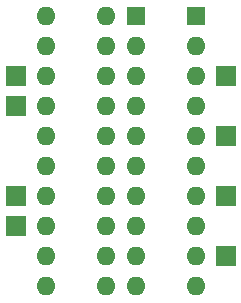
<source format=gbr>
%TF.GenerationSoftware,KiCad,Pcbnew,7.0.5*%
%TF.CreationDate,2024-10-08T16:21:25-04:00*%
%TF.ProjectId,74hc574_to_74ls273_converter,37346863-3537-4345-9f74-6f5f37346c73,rev?*%
%TF.SameCoordinates,Original*%
%TF.FileFunction,Copper,L1,Top*%
%TF.FilePolarity,Positive*%
%FSLAX46Y46*%
G04 Gerber Fmt 4.6, Leading zero omitted, Abs format (unit mm)*
G04 Created by KiCad (PCBNEW 7.0.5) date 2024-10-08 16:21:25*
%MOMM*%
%LPD*%
G01*
G04 APERTURE LIST*
%TA.AperFunction,ComponentPad*%
%ADD10R,1.700000X1.700000*%
%TD*%
%TA.AperFunction,ComponentPad*%
%ADD11R,1.600000X1.600000*%
%TD*%
%TA.AperFunction,ComponentPad*%
%ADD12O,1.600000X1.600000*%
%TD*%
G04 APERTURE END LIST*
D10*
%TO.P,J1,1,Pin_1*%
%TO.N,/d1*%
X6350000Y-9525000D03*
%TD*%
%TO.P,J8,1,Pin_1*%
%TO.N,/d7*%
X24130000Y-24765000D03*
%TD*%
D11*
%TO.P,U1,1,OE*%
%TO.N,/MR*%
X21590000Y-4445000D03*
D12*
%TO.P,U1,2,D0*%
%TO.N,/d0*%
X21590000Y-6985000D03*
%TO.P,U1,3,D1*%
%TO.N,/d1*%
X21590000Y-9525000D03*
%TO.P,U1,4,D2*%
%TO.N,/d2*%
X21590000Y-12065000D03*
%TO.P,U1,5,D3*%
%TO.N,/d3*%
X21590000Y-14605000D03*
%TO.P,U1,6,D4*%
%TO.N,/d4*%
X21590000Y-17145000D03*
%TO.P,U1,7,D5*%
%TO.N,/d5*%
X21590000Y-19685000D03*
%TO.P,U1,8,D6*%
%TO.N,/d6*%
X21590000Y-22225000D03*
%TO.P,U1,9,D7*%
%TO.N,/d7*%
X21590000Y-24765000D03*
%TO.P,U1,10,GND*%
%TO.N,GND*%
X21590000Y-27305000D03*
%TO.P,U1,11,Cp*%
%TO.N,/CLK*%
X13970000Y-27305000D03*
%TO.P,U1,12,Q7*%
%TO.N,/q7*%
X13970000Y-24765000D03*
%TO.P,U1,13,Q6*%
%TO.N,/q6*%
X13970000Y-22225000D03*
%TO.P,U1,14,Q5*%
%TO.N,/q5*%
X13970000Y-19685000D03*
%TO.P,U1,15,Q4*%
%TO.N,/q4*%
X13970000Y-17145000D03*
%TO.P,U1,16,Q3*%
%TO.N,/q3*%
X13970000Y-14605000D03*
%TO.P,U1,17,Q2*%
%TO.N,/q2*%
X13970000Y-12065000D03*
%TO.P,U1,18,Q1*%
%TO.N,/q1*%
X13970000Y-9525000D03*
%TO.P,U1,19,Q0*%
%TO.N,/q0*%
X13970000Y-6985000D03*
%TO.P,U1,20,VCC*%
%TO.N,+5V*%
X13970000Y-4445000D03*
%TD*%
D10*
%TO.P,J4,1,Pin_1*%
%TO.N,/d7*%
X6350000Y-22225000D03*
%TD*%
%TO.P,J3,1,Pin_1*%
%TO.N,/d5*%
X6350000Y-19685000D03*
%TD*%
%TO.P,J5,1,Pin_1*%
%TO.N,/d1*%
X24130000Y-9525000D03*
%TD*%
%TO.P,J6,1,Pin_1*%
%TO.N,/d3*%
X24130000Y-14605000D03*
%TD*%
%TO.P,J2,1,Pin_1*%
%TO.N,/d3*%
X6350000Y-12065000D03*
%TD*%
D11*
%TO.P,U2,1,~{Mr}*%
%TO.N,+5V*%
X16510000Y-4445000D03*
D12*
%TO.P,U2,2,Q0*%
%TO.N,/q0*%
X16510000Y-6985000D03*
%TO.P,U2,3,D0*%
%TO.N,/d0*%
X16510000Y-9525000D03*
%TO.P,U2,4,D1*%
%TO.N,/d2*%
X16510000Y-12065000D03*
%TO.P,U2,5,Q1*%
%TO.N,/q2*%
X16510000Y-14605000D03*
%TO.P,U2,6,Q2*%
%TO.N,/q4*%
X16510000Y-17145000D03*
%TO.P,U2,7,D2*%
%TO.N,/d4*%
X16510000Y-19685000D03*
%TO.P,U2,8,D3*%
%TO.N,/d6*%
X16510000Y-22225000D03*
%TO.P,U2,9,Q3*%
%TO.N,/q6*%
X16510000Y-24765000D03*
%TO.P,U2,10,GND*%
%TO.N,GND*%
X16510000Y-27305000D03*
%TO.P,U2,11,Cp*%
%TO.N,/CLK*%
X8890000Y-27305000D03*
%TO.P,U2,12,Q4*%
%TO.N,/q7*%
X8890000Y-24765000D03*
%TO.P,U2,13,D4*%
%TO.N,/d7*%
X8890000Y-22225000D03*
%TO.P,U2,14,D5*%
%TO.N,/d5*%
X8890000Y-19685000D03*
%TO.P,U2,15,Q5*%
%TO.N,/q5*%
X8890000Y-17145000D03*
%TO.P,U2,16,Q6*%
%TO.N,/q3*%
X8890000Y-14605000D03*
%TO.P,U2,17,D6*%
%TO.N,/d3*%
X8890000Y-12065000D03*
%TO.P,U2,18,D7*%
%TO.N,/d1*%
X8890000Y-9525000D03*
%TO.P,U2,19,Q7*%
%TO.N,/q1*%
X8890000Y-6985000D03*
%TO.P,U2,20,VCC*%
%TO.N,+5V*%
X8890000Y-4445000D03*
%TD*%
D10*
%TO.P,J7,1,Pin_1*%
%TO.N,/d5*%
X24130000Y-19685000D03*
%TD*%
M02*

</source>
